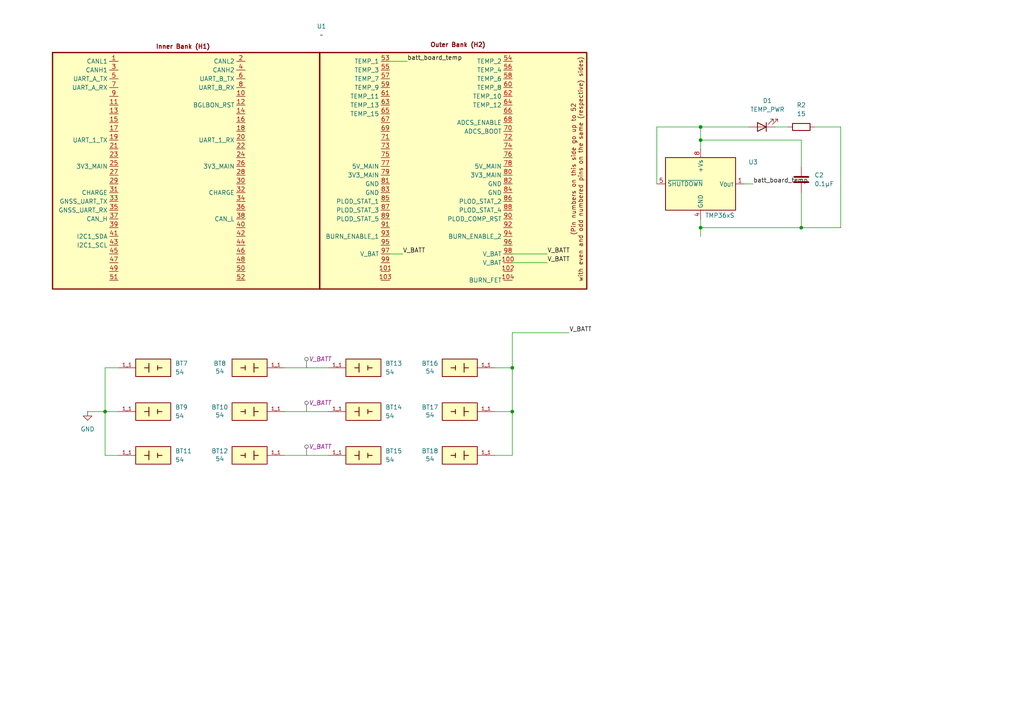
<source format=kicad_sch>
(kicad_sch (version 20231120) (generator "eeschema") (generator_version "8.0")
  (paper "A4")
  (lib_symbols
    (symbol "54 -- Battery clips:54" (pin_names (offset 1.016))
      (property "Reference" "BT" (at -5.08 3.302 0))
      (property "Value" "54" (at -5.08 -10.16 0))
      (symbol "54_0_0"
        (rectangle (start -5.08 2.54) (end 5.08 -2.54) (stroke (width 0.254)) (fill (type background)))
        (polyline (pts (xy -1.27 0) (xy -2.54 0)) (stroke (width 0.254)))
        (polyline (pts (xy -1.27 0) (xy -1.27 -1.27)) (stroke (width 0.254)))
        (polyline (pts (xy -1.27 1.27) (xy -1.27 0)) (stroke (width 0.254)))
        (polyline (pts (xy 1.27 0) (xy 1.27 -0.635)) (stroke (width 0.254)))
        (polyline (pts (xy 1.27 0) (xy 2.54 0)) (stroke (width 0.254)))
        (polyline (pts (xy 1.27 0.635) (xy 1.27 0)) (stroke (width 0.254)))
        (pin passive line (at -10.16 0 0) (length 5.08) (name "~") (number "1_1"))
      )
    )
    (symbol "Device:C" (pin_numbers hide) (pin_names (offset 0.254))
      (property "Reference" "C" (at 0.635 2.54 0))
      (property "Value" "C" (at 0.635 -2.54 0))
      (symbol "C_0_1"
        (polyline (pts (xy -2.032 -0.762) (xy 2.032 -0.762)) (stroke (width 0.508)))
        (polyline (pts (xy -2.032 0.762) (xy 2.032 0.762)) (stroke (width 0.508)))
      )
      (symbol "C_1_1"
        (pin passive line (at 0 3.81 270) (length 2.794) (name "~") (number "1"))
        (pin passive line (at 0 -3.81 90) (length 2.794) (name "~") (number "2"))
      )
    )
    (symbol "Device:LED" (pin_numbers hide) (pin_names (offset 1.016) hide)
      (property "Reference" "D" (at 0 2.54 0))
      (property "Value" "LED" (at 0 -2.54 0))
      (symbol "LED_0_1"
        (polyline (pts (xy -1.27 -1.27) (xy -1.27 1.27)) (stroke (width 0.254)))
        (polyline (pts (xy -1.27 0) (xy 1.27 0)))
        (polyline (pts (xy 1.27 -1.27) (xy 1.27 1.27) (xy -1.27 0) (xy 1.27 -1.27)) (stroke (width 0.254)))
        (polyline (pts (xy -3.048 -0.762) (xy -4.572 -2.286) (xy -3.81 -2.286) (xy -4.572 -2.286) (xy -4.572 -1.524)))
        (polyline (pts (xy -1.778 -0.762) (xy -3.302 -2.286) (xy -2.54 -2.286) (xy -3.302 -2.286) (xy -3.302 -1.524)))
      )
      (symbol "LED_1_1"
        (pin passive line (at -3.81 0 0) (length 2.54) (name "K") (number "1"))
        (pin passive line (at 3.81 0 180) (length 2.54) (name "A") (number "2"))
      )
    )
    (symbol "Device:R" (pin_numbers hide) (pin_names (offset 0))
      (property "Reference" "R" (at 2.032 0 90))
      (property "Value" "R" (at 0 0 90))
      (symbol "R_0_1"
        (rectangle (start -1.016 -2.54) (end 1.016 2.54) (stroke (width 0.254)))
      )
      (symbol "R_1_1"
        (pin passive line (at 0 3.81 270) (length 1.27) (name "~") (number "1"))
        (pin passive line (at 0 -3.81 90) (length 1.27) (name "~") (number "2"))
      )
    )
    (symbol "PC104:PCI104"
      (property "Reference" "U2" (at 75.946 73.152 0))
      (property "Value" "~" (at 77.47 73.66 0))
      (symbol "PCI104_1_0"
        (pin input line (at 55.88 55.88 180) (length 2.54) (name "") (number "10"))
        (pin input line (at 133.35 7.62 180) (length 2.54) (name "V_BAT") (number "100"))
        (pin input line (at 97.79 5.08 180) (length 2.54) (name "") (number "101"))
        (pin input line (at 133.35 5.08 180) (length 2.54) (name "") (number "102"))
        (pin input line (at 97.79 2.54 180) (length 2.54) (name "") (number "103"))
        (pin input line (at 133.35 2.54 180) (length 2.54) (name "BURN_FET") (number "104"))
        (pin input line (at 19.05 53.34 180) (length 2.54) (name "") (number "11"))
        (pin input line (at 55.88 53.34 180) (length 2.54) (name "BGLBON_RST") (number "12"))
        (pin input line (at 19.05 50.8 180) (length 2.54) (name "") (number "13"))
        (pin input line (at 55.88 50.8 180) (length 2.54) (name "") (number "14"))
        (pin input line (at 19.05 48.26 180) (length 2.54) (name "") (number "15"))
        (pin input line (at 55.88 48.26 180) (length 2.54) (name "") (number "16"))
        (pin input line (at 19.05 45.72 180) (length 2.54) (name "") (number "17"))
        (pin input line (at 55.88 45.72 180) (length 2.54) (name "") (number "18"))
        (pin input line (at 19.05 43.18 180) (length 2.54) (name "UART_1_TX") (number "19"))
        (pin input line (at 55.88 66.04 180) (length 2.54) (name "CANL2") (number "2"))
        (pin input line (at 55.88 43.18 180) (length 2.54) (name "UART_1_RX") (number "20"))
        (pin input line (at 19.05 40.64 180) (length 2.54) (name "") (number "21"))
        (pin input line (at 55.88 40.64 180) (length 2.54) (name "") (number "22"))
        (pin input line (at 19.05 38.1 180) (length 2.54) (name "") (number "23"))
        (pin input line (at 55.88 38.1 180) (length 2.54) (name "") (number "24"))
        (pin input line (at 19.05 35.56 180) (length 2.54) (name "3V3_MAIN") (number "25"))
        (pin input line (at 55.88 35.56 180) (length 2.54) (name "3V3_MAIN") (number "26"))
        (pin input line (at 19.05 33.02 180) (length 2.54) (name "") (number "27"))
        (pin input line (at 55.88 33.02 180) (length 2.54) (name "") (number "28"))
        (pin input line (at 19.05 30.48 180) (length 2.54) (name "") (number "29"))
        (pin input line (at 55.88 30.48 180) (length 2.54) (name "") (number "30"))
        (pin input line (at 19.05 27.94 180) (length 2.54) (name "CHARGE") (number "31"))
        (pin input line (at 55.88 27.94 180) (length 2.54) (name "CHARGE") (number "32"))
        (pin input line (at 19.05 25.4 180) (length 2.54) (name "GNSS_UART_TX") (number "33"))
        (pin input line (at 55.88 25.4 180) (length 2.54) (name "") (number "34"))
        (pin input line (at 19.05 22.86 180) (length 2.54) (name "GNSS_UART_RX") (number "35"))
        (pin input line (at 55.88 22.86 180) (length 2.54) (name "") (number "36"))
        (pin input line (at 19.05 20.32 180) (length 2.54) (name "CAN_H") (number "37"))
        (pin input line (at 55.88 20.32 180) (length 2.54) (name "CAN_L") (number "38"))
        (pin input line (at 19.05 17.78 180) (length 2.54) (name "") (number "39"))
        (pin input line (at 55.88 63.5 180) (length 2.54) (name "CANH2") (number "4"))
        (pin input line (at 55.88 17.78 180) (length 2.54) (name "") (number "40"))
        (pin input line (at 19.05 15.24 180) (length 2.54) (name "I2C1_SDA") (number "41"))
        (pin input line (at 55.88 15.24 180) (length 2.54) (name "") (number "42"))
        (pin input line (at 19.05 12.7 180) (length 2.54) (name "I2C1_SCL") (number "43"))
        (pin input line (at 55.88 12.7 180) (length 2.54) (name "") (number "44"))
        (pin input line (at 19.05 10.16 180) (length 2.54) (name "") (number "45"))
        (pin input line (at 55.88 10.16 180) (length 2.54) (name "") (number "46"))
        (pin input line (at 19.05 7.62 180) (length 2.54) (name "") (number "47"))
        (pin input line (at 55.88 7.62 180) (length 2.54) (name "") (number "48"))
        (pin input line (at 19.05 5.08 180) (length 2.54) (name "") (number "49"))
        (pin input line (at 19.05 60.96 180) (length 2.54) (name "UART_A_TX") (number "5"))
        (pin input line (at 55.88 5.08 180) (length 2.54) (name "") (number "50"))
        (pin input line (at 19.05 2.54 180) (length 2.54) (name "") (number "51"))
        (pin input line (at 55.88 2.54 180) (length 2.54) (name "") (number "52"))
        (pin input line (at 97.79 58.42 180) (length 2.54) (name "TEMP_9") (number "59"))
        (pin input line (at 55.88 60.96 180) (length 2.54) (name "UART_B_TX") (number "6"))
        (pin input line (at 133.35 58.42 180) (length 2.54) (name "TEMP_8") (number "60"))
        (pin input line (at 97.79 55.88 180) (length 2.54) (name "TEMP_11") (number "61"))
        (pin input line (at 133.35 55.88 180) (length 2.54) (name "TEMP_10") (number "62"))
        (pin input line (at 97.79 53.34 180) (length 2.54) (name "TEMP_13") (number "63"))
        (pin input line (at 133.35 53.34 180) (length 2.54) (name "TEMP_12") (number "64"))
        (pin input line (at 97.79 50.8 180) (length 2.54) (name "TEMP_15") (number "65"))
        (pin input line (at 133.35 50.8 180) (length 2.54) (name "") (number "66"))
        (pin input line (at 97.79 48.26 180) (length 2.54) (name "") (number "67"))
        (pin input line (at 133.35 48.26 180) (length 2.54) (name "ADCS_ENABLE") (number "68"))
        (pin input line (at 97.79 45.72 180) (length 2.54) (name "") (number "69"))
        (pin input line (at 19.05 58.42 180) (length 2.54) (name "UART_A_RX") (number "7"))
        (pin input line (at 133.35 45.72 180) (length 2.54) (name "ADCS_BOOT") (number "70"))
        (pin input line (at 97.79 43.18 180) (length 2.54) (name "") (number "71"))
        (pin input line (at 133.35 43.18 180) (length 2.54) (name "") (number "72"))
        (pin input line (at 97.79 40.64 180) (length 2.54) (name "") (number "73"))
        (pin input line (at 133.35 40.64 180) (length 2.54) (name "") (number "74"))
        (pin input line (at 97.79 38.1 180) (length 2.54) (name "") (number "75"))
        (pin input line (at 133.35 38.1 180) (length 2.54) (name "") (number "76"))
        (pin input line (at 97.79 35.56 180) (length 2.54) (name "5V_MAIN") (number "77"))
        (pin input line (at 133.35 35.56 180) (length 2.54) (name "5V_MAIN") (number "78"))
        (pin input line (at 97.79 33.02 180) (length 2.54) (name "3V3_MAIN") (number "79"))
        (pin input line (at 55.88 58.42 180) (length 2.54) (name "UART_B_RX") (number "8"))
        (pin input line (at 133.35 33.02 180) (length 2.54) (name "3V3_MAIN") (number "80"))
        (pin input line (at 97.79 30.48 180) (length 2.54) (name "GND") (number "81"))
        (pin input line (at 133.35 30.48 180) (length 2.54) (name "GND") (number "82"))
        (pin input line (at 97.79 27.94 180) (length 2.54) (name "GND") (number "83"))
        (pin input line (at 133.35 27.94 180) (length 2.54) (name "GND") (number "84"))
        (pin input line (at 97.79 25.4 180) (length 2.54) (name "PLOD_STAT_1") (number "85"))
        (pin input line (at 133.35 25.4 180) (length 2.54) (name "PLOD_STAT_2") (number "86"))
        (pin input line (at 97.79 22.86 180) (length 2.54) (name "PLOD_STAT_3") (number "87"))
        (pin input line (at 133.35 22.86 180) (length 2.54) (name "PLOD_STAT_4") (number "88"))
        (pin input line (at 97.79 20.32 180) (length 2.54) (name "PLOD_STAT_5") (number "89"))
        (pin input line (at 19.05 55.88 180) (length 2.54) (name "") (number "9"))
        (pin input line (at 133.35 20.32 180) (length 2.54) (name "PLOD_COMP_RST") (number "90"))
        (pin input line (at 97.79 17.78 180) (length 2.54) (name "") (number "91"))
        (pin input line (at 133.35 17.78 180) (length 2.54) (name "") (number "92"))
        (pin input line (at 97.79 15.24 180) (length 2.54) (name "BURN_ENABLE_1") (number "93"))
        (pin input line (at 133.35 15.24 180) (length 2.54) (name "BURN_ENABLE_2") (number "94"))
        (pin input line (at 97.79 12.7 180) (length 2.54) (name "") (number "95"))
        (pin input line (at 133.35 12.7 180) (length 2.54) (name "") (number "96"))
        (pin input line (at 97.79 10.16 180) (length 2.54) (name "V_BAT") (number "97"))
        (pin input line (at 133.35 10.16 180) (length 2.54) (name "V_BAT") (number "98"))
        (pin input line (at 97.79 7.62 180) (length 2.54) (name "") (number "99"))
      )
      (symbol "PCI104_1_1"
        (rectangle (start 0 68.58) (end 77.47 0) (stroke (width 0.381)) (fill (type background)))
        (rectangle (start 77.47 68.58) (end 154.94 0) (stroke (width 0.381)) (fill (type background)))
        (text "(Pin numbers on this side go up to 52\nwith even and odd numbered pins on the same (respective) sides)\n\n" (at 153.162 34.798 900) (effects (font (size 1.27 1.27))))
        (text "Inner Bank (H1)" (at 37.846 70.358 0) (effects (font (size 1.27 1.27) (bold yes))))
        (text "Outer Bank (H2)" (at 117.602 70.866 0) (effects (font (size 1.27 1.27) (bold yes))))
        (pin input line (at 19.05 66.04 180) (length 2.54) (name "CANL1") (number "1"))
        (pin input line (at 19.05 63.5 180) (length 2.54) (name "CANH1") (number "3"))
        (pin input line (at 97.79 66.04 180) (length 2.54) (name "TEMP_1") (number "53"))
        (pin input line (at 133.35 66.04 180) (length 2.54) (name "TEMP_2") (number "54"))
        (pin input line (at 97.79 63.5 180) (length 2.54) (name "TEMP_3") (number "55"))
        (pin input line (at 133.35 63.5 180) (length 2.54) (name "TEMP_4") (number "56"))
        (pin input line (at 97.79 60.96 180) (length 2.54) (name "TEMP_7") (number "57"))
        (pin input line (at 133.35 60.96 180) (length 2.54) (name "TEMP_6") (number "58"))
      )
    )
    (symbol "Sensor_Temperature:TMP36xS"
      (property "Reference" "U" (at -8.89 8.89 0))
      (property "Value" "TMP36xS" (at 6.35 -8.89 0))
      (symbol "TMP36xS_0_1"
        (rectangle (start -10.16 7.62) (end 10.16 -7.62) (stroke (width 0.254)) (fill (type background)))
      )
      (symbol "TMP36xS_1_1"
        (pin output line (at 12.7 0 180) (length 2.54) (name "V_{OUT}") (number "1"))
        (pin power_in line (at 0 -10.16 90) (length 2.54) (name "GND") (number "4"))
        (pin input line (at -12.7 0 0) (length 2.54) (name "~{SHUTDOWN}") (number "5"))
        (pin power_in line (at 0 10.16 270) (length 2.54) (name "+Vs") (number "8"))
      )
    )
    (symbol "power:GND" (power) (pin_numbers hide) (pin_names (offset 0) hide)
      (property "Value" "GND" (at 0 -3.81 0))
      (symbol "GND_0_1"
        (polyline (pts (xy 0 0) (xy 0 -1.27) (xy 1.27 -1.27) (xy 0 -2.54) (xy -1.27 -1.27) (xy 0 -1.27)))
      )
      (symbol "GND_1_1"
        (pin power_in line (at 0 0 270) (length 0) (name "~") (number "1"))
      )
    )
  )
  (junction (at 148.59 119.38))
  (junction (at 203.2 40.64))
  (junction (at 148.59 106.68))
  (junction (at 232.41 66.04))
  (junction (at 203.2 36.83))
  (junction (at 203.2 66.04))
  (junction (at 30.48 119.38))
  (wire (pts (xy 82.55 132.08) (xy 95.25 132.08)))
  (wire (pts (xy 143.51 106.68) (xy 148.59 106.68)))
  (wire (pts (xy 232.41 55.88) (xy 232.41 66.04)))
  (wire (pts (xy 190.5 53.34) (xy 190.5 36.83)))
  (wire (pts (xy 243.84 36.83) (xy 243.84 66.04)))
  (wire (pts (xy 203.2 40.64) (xy 203.2 36.83)))
  (wire (pts (xy 82.55 119.38) (xy 95.25 119.38)))
  (wire (pts (xy 25.4 119.38) (xy 30.48 119.38)))
  (wire (pts (xy 30.48 106.68) (xy 30.48 119.38)))
  (wire (pts (xy 158.75 73.66) (xy 148.59 73.66)))
  (wire (pts (xy 203.2 63.5) (xy 203.2 66.04)))
  (wire (pts (xy 228.6 36.83) (xy 224.79 36.83)))
  (wire (pts (xy 148.59 106.68) (xy 148.59 96.52)))
  (wire (pts (xy 232.41 40.64) (xy 232.41 48.26)))
  (wire (pts (xy 148.59 96.52) (xy 165.1 96.52)))
  (wire (pts (xy 34.29 106.68) (xy 30.48 106.68)))
  (wire (pts (xy 143.51 119.38) (xy 148.59 119.38)))
  (wire (pts (xy 203.2 66.04) (xy 203.2 68.58)))
  (wire (pts (xy 30.48 132.08) (xy 34.29 132.08)))
  (wire (pts (xy 30.48 119.38) (xy 34.29 119.38)))
  (wire (pts (xy 116.84 73.66) (xy 113.03 73.66)))
  (wire (pts (xy 113.03 17.78) (xy 118.11 17.78)))
  (wire (pts (xy 148.59 119.38) (xy 148.59 132.08)))
  (wire (pts (xy 236.22 36.83) (xy 243.84 36.83)))
  (wire (pts (xy 82.55 106.68) (xy 95.25 106.68)))
  (wire (pts (xy 203.2 36.83) (xy 217.17 36.83)))
  (wire (pts (xy 190.5 36.83) (xy 203.2 36.83)))
  (wire (pts (xy 215.9 53.34) (xy 218.44 53.34)))
  (wire (pts (xy 232.41 66.04) (xy 243.84 66.04)))
  (wire (pts (xy 158.75 76.2) (xy 148.59 76.2)))
  (wire (pts (xy 30.48 119.38) (xy 30.48 132.08)))
  (wire (pts (xy 232.41 66.04) (xy 203.2 66.04)))
  (wire (pts (xy 148.59 132.08) (xy 143.51 132.08)))
  (wire (pts (xy 203.2 40.64) (xy 232.41 40.64)))
  (wire (pts (xy 148.59 106.68) (xy 148.59 119.38)))
  (wire (pts (xy 203.2 40.64) (xy 203.2 43.18)))
  (label "V_BATT" (at 158.75 76.2 0))
  (label "V_BATT" (at 158.75 73.66 0))
  (label "batt_board_temp" (at 218.44 53.34 0))
  (label "batt_board_temp" (at 118.11 17.78 0))
  (label "V_BATT" (at 165.1 96.52 0))
  (label "V_BATT" (at 116.84 73.66 0))
  (netclass_flag "" (length 2.54) (shape round) (at 88.9 132.08 0) (property "Netclass" "V_BATT" (at 89.5985 129.54 0) (effects (font (italic yes)) (justify left))))
  (netclass_flag "" (length 2.54) (shape round) (at 88.9 119.38 0) (property "Netclass" "V_BATT" (at 89.5985 116.84 0) (effects (font (italic yes)) (justify left))))
  (netclass_flag "" (length 2.54) (shape round) (at 88.9 106.68 0) (property "Netclass" "V_BATT" (at 89.5985 104.14 0) (effects (font (italic yes)) (justify left))))
  (symbol (lib_id "Device:R") (at 232.41 36.83 90) (unit 1)
    (property "Reference" "R2" (at 232.41 30.48 90))
    (property "Value" "15" (at 232.41 33.02 90))
    (property "Footprint" "Resistor_SMD:R_0805_2012Metric" (effects (hide yes)))
    (property "Description" "Red" (effects (hide yes)))
    (property "Wattage" "1/8" (effects (hide yes)))
  )
  (symbol (lib_id "PC104:PCI104") (at 15.24 83.82 0) (unit 1)
    (property "Reference" "U1" (at 93.2589 7.62 0))
    (property "Value" "~" (at 93.2589 10.16 0))
    (property "Footprint" "PC104:PC104ConnectorFootprint (1)" (effects (hide yes)))
  )
  (symbol (lib_id "54 -- Battery clips:54") (at 72.39 106.68 180) (unit 1)
    (property "Reference" "BT8" (at 63.754 105.41 0))
    (property "Value" "54" (at 63.754 107.696 0))
    (property "Footprint" "Battery 54:BAT_254TR" (effects (hide yes)))
    (property "PARTREV" "E" (effects (hide yes)))
    (property "STANDARD" "Manufacturer Recommendations" (effects (hide yes)))
    (property "MAXIMUM_PACKAGE_HEIGHT" "18.3mm" (effects (hide yes)))
    (property "MANUFACTURER" "Keystone Electronics" (effects (hide yes)))
  )
  (symbol (lib_id "54 -- Battery clips:54") (at 44.45 119.38 0) (unit 1)
    (property "Reference" "BT9" (at 50.8 118.1099 0) (effects (justify left)))
    (property "Value" "54" (at 50.8 120.6499 0) (effects (justify left)))
    (property "Footprint" "Battery 54:BAT_254TR" (effects (hide yes)))
    (property "PARTREV" "E" (effects (hide yes)))
    (property "STANDARD" "Manufacturer Recommendations" (effects (hide yes)))
    (property "MAXIMUM_PACKAGE_HEIGHT" "18.3mm" (effects (hide yes)))
    (property "MANUFACTURER" "Keystone Electronics" (effects (hide yes)))
  )
  (symbol (lib_id "54 -- Battery clips:54") (at 133.35 119.38 180) (unit 1)
    (property "Reference" "BT17" (at 124.714 118.11 0))
    (property "Value" "54" (at 124.714 120.396 0))
    (property "Footprint" "Battery 54:BAT_254TR" (effects (hide yes)))
    (property "PARTREV" "E" (effects (hide yes)))
    (property "STANDARD" "Manufacturer Recommendations" (effects (hide yes)))
    (property "MAXIMUM_PACKAGE_HEIGHT" "18.3mm" (effects (hide yes)))
    (property "MANUFACTURER" "Keystone Electronics" (effects (hide yes)))
  )
  (symbol (lib_id "54 -- Battery clips:54") (at 105.41 119.38 0) (unit 1)
    (property "Reference" "BT14" (at 111.76 118.1099 0) (effects (justify left)))
    (property "Value" "54" (at 111.76 120.6499 0) (effects (justify left)))
    (property "Footprint" "Battery 54:BAT_254TR" (effects (hide yes)))
    (property "PARTREV" "E" (effects (hide yes)))
    (property "STANDARD" "Manufacturer Recommendations" (effects (hide yes)))
    (property "MAXIMUM_PACKAGE_HEIGHT" "18.3mm" (effects (hide yes)))
    (property "MANUFACTURER" "Keystone Electronics" (effects (hide yes)))
  )
  (symbol (lib_id "54 -- Battery clips:54") (at 105.41 132.08 0) (unit 1)
    (property "Reference" "BT15" (at 111.76 130.8099 0) (effects (justify left)))
    (property "Value" "54" (at 111.76 133.3499 0) (effects (justify left)))
    (property "Footprint" "Battery 54:BAT_254TR" (effects (hide yes)))
    (property "PARTREV" "E" (effects (hide yes)))
    (property "STANDARD" "Manufacturer Recommendations" (effects (hide yes)))
    (property "MAXIMUM_PACKAGE_HEIGHT" "18.3mm" (effects (hide yes)))
    (property "MANUFACTURER" "Keystone Electronics" (effects (hide yes)))
  )
  (symbol (lib_id "Device:LED") (at 220.98 36.83 180) (unit 1)
    (property "Reference" "D1" (at 222.5675 29.21 0))
    (property "Value" "TEMP_PWR" (at 222.5675 31.75 0))
    (property "Footprint" "LED_SMD:LED_0805_2012Metric" (effects (hide yes)))
    (property "Description" "Light emitting diode" (effects (hide yes)))
  )
  (symbol (lib_id "54 -- Battery clips:54") (at 44.45 106.68 0) (unit 1)
    (property "Reference" "BT7" (at 50.8 105.4099 0) (effects (justify left)))
    (property "Value" "54" (at 50.8 107.9499 0) (effects (justify left)))
    (property "Footprint" "Battery 54:BAT_254TR" (effects (hide yes)))
    (property "PARTREV" "E" (effects (hide yes)))
    (property "STANDARD" "Manufacturer Recommendations" (effects (hide yes)))
    (property "MAXIMUM_PACKAGE_HEIGHT" "18.3mm" (effects (hide yes)))
    (property "MANUFACTURER" "Keystone Electronics" (effects (hide yes)))
  )
  (symbol (lib_id "54 -- Battery clips:54") (at 105.41 106.68 0) (unit 1)
    (property "Reference" "BT13" (at 111.76 105.4099 0) (effects (justify left)))
    (property "Value" "54" (at 111.76 107.9499 0) (effects (justify left)))
    (property "Footprint" "Battery 54:BAT_254TR" (effects (hide yes)))
    (property "PARTREV" "E" (effects (hide yes)))
    (property "STANDARD" "Manufacturer Recommendations" (effects (hide yes)))
    (property "MAXIMUM_PACKAGE_HEIGHT" "18.3mm" (effects (hide yes)))
    (property "MANUFACTURER" "Keystone Electronics" (effects (hide yes)))
  )
  (symbol (lib_id "54 -- Battery clips:54") (at 133.35 132.08 180) (unit 1)
    (property "Reference" "BT18" (at 124.714 130.81 0))
    (property "Value" "54" (at 124.714 133.096 0))
    (property "Footprint" "Battery 54:BAT_254TR" (effects (hide yes)))
    (property "PARTREV" "E" (effects (hide yes)))
    (property "STANDARD" "Manufacturer Recommendations" (effects (hide yes)))
    (property "MAXIMUM_PACKAGE_HEIGHT" "18.3mm" (effects (hide yes)))
    (property "MANUFACTURER" "Keystone Electronics" (effects (hide yes)))
  )
  (symbol (lib_id "54 -- Battery clips:54") (at 72.39 119.38 180) (unit 1)
    (property "Reference" "BT10" (at 63.754 118.11 0))
    (property "Value" "54" (at 63.754 120.396 0))
    (property "Footprint" "Battery 54:BAT_254TR" (effects (hide yes)))
    (property "PARTREV" "E" (effects (hide yes)))
    (property "STANDARD" "Manufacturer Recommendations" (effects (hide yes)))
    (property "MAXIMUM_PACKAGE_HEIGHT" "18.3mm" (effects (hide yes)))
    (property "MANUFACTURER" "Keystone Electronics" (effects (hide yes)))
  )
  (symbol (lib_id "Sensor_Temperature:TMP36xS") (at 203.2 53.34 0) (unit 1)
    (property "Reference" "U3" (at 218.44 47.0214 0))
    (property "Value" "TMP36xS" (at 208.788 62.484 0))
    (property "Footprint" "Package_SO:SOIC-8_3.9x4.9mm_P1.27mm" (effects (hide yes)))
    (property "Datasheet" "https://www.analog.com/media/en/technical-documentation/data-sheets/TMP35_36_37.pdf" (effects (hide yes)))
    (property "Description" "Low Voltage Temperature Sensor, SOIC-8" (effects (hide yes)))
  )
  (symbol (lib_id "54 -- Battery clips:54") (at 44.45 132.08 0) (unit 1)
    (property "Reference" "BT11" (at 50.8 130.8099 0) (effects (justify left)))
    (property "Value" "54" (at 50.8 133.3499 0) (effects (justify left)))
    (property "Footprint" "Battery 54:BAT_254TR" (effects (hide yes)))
    (property "PARTREV" "E" (effects (hide yes)))
    (property "STANDARD" "Manufacturer Recommendations" (effects (hide yes)))
    (property "MAXIMUM_PACKAGE_HEIGHT" "18.3mm" (effects (hide yes)))
    (property "MANUFACTURER" "Keystone Electronics" (effects (hide yes)))
  )
  (symbol (lib_id "54 -- Battery clips:54") (at 133.35 106.68 180) (unit 1)
    (property "Reference" "BT16" (at 124.714 105.41 0))
    (property "Value" "54" (at 124.714 107.696 0))
    (property "Footprint" "Battery 54:BAT_254TR" (effects (hide yes)))
    (property "PARTREV" "E" (effects (hide yes)))
    (property "STANDARD" "Manufacturer Recommendations" (effects (hide yes)))
    (property "MAXIMUM_PACKAGE_HEIGHT" "18.3mm" (effects (hide yes)))
    (property "MANUFACTURER" "Keystone Electronics" (effects (hide yes)))
  )
  (symbol (lib_id "power:GND") (at 25.4 119.38 0) (unit 1)
    (property "Reference" "#PWR01" (effects (hide yes)))
    (property "Value" "GND" (at 25.4 124.46 0))
    (property "Description" "Power symbol creates a global label with name \"GND\" , ground" (effects (hide yes)))
  )
  (symbol (lib_id "Device:C") (at 232.41 52.07 0) (unit 1)
    (property "Reference" "C2" (at 236.22 50.7999 0) (effects (justify left)))
    (property "Value" "0.1µF" (at 236.22 53.3399 0) (effects (justify left)))
    (property "Footprint" "Capacitor_SMD:C_0805_2012Metric" (effects (hide yes)))
    (property "Description" "Unpolarized capacitor" (effects (hide yes)))
  )
  (symbol (lib_id "54 -- Battery clips:54") (at 72.39 132.08 180) (unit 1)
    (property "Reference" "BT12" (at 63.754 130.81 0))
    (property "Value" "54" (at 63.754 133.096 0))
    (property "Footprint" "Battery 54:BAT_254TR" (effects (hide yes)))
    (property "PARTREV" "E" (effects (hide yes)))
    (property "STANDARD" "Manufacturer Recommendations" (effects (hide yes)))
    (property "MAXIMUM_PACKAGE_HEIGHT" "18.3mm" (effects (hide yes)))
    (property "MANUFACTURER" "Keystone Electronics" (effects (hide yes)))
  )
)
</source>
